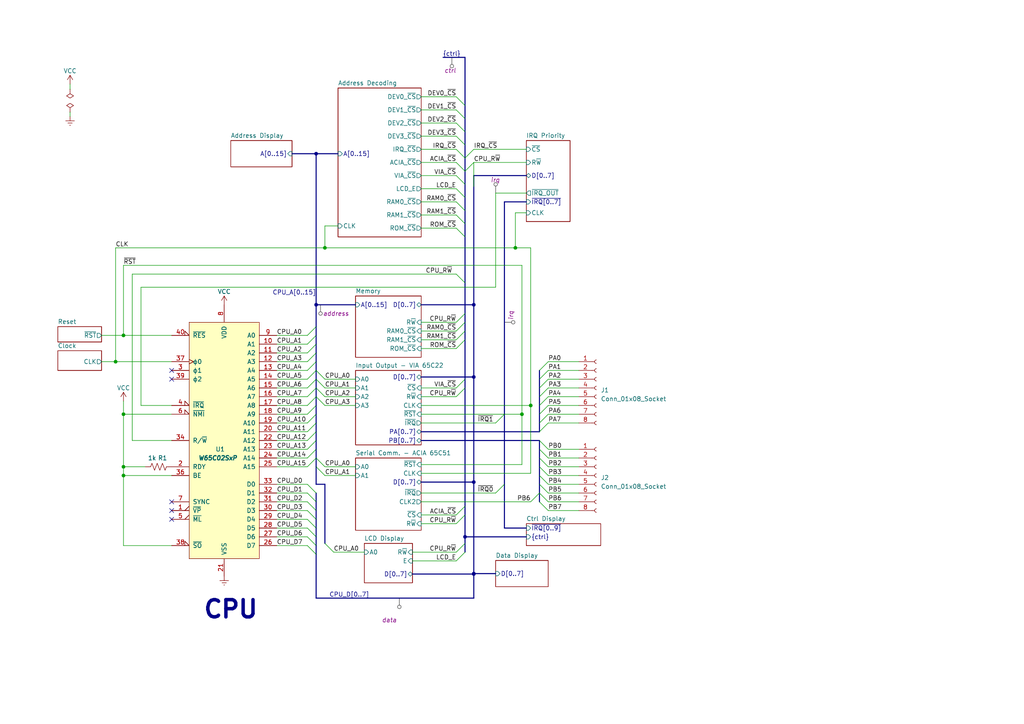
<source format=kicad_sch>
(kicad_sch (version 20230121) (generator eeschema)
  (paper "A4")
  (lib_symbols
    (symbol "65xx:W65C02SxP" (pin_names (offset 1.016))
      (property "Reference" "U" (at -10.16 35.56 0))
      (property "Value" "W65C02SxP" (at 0 0 90))
      (symbol "W65C02SxP_0_1"
        (rectangle (start -10.16 34.29) (end 10.16 -34.29) (fill (type background)))
      )
      (symbol "W65C02SxP_1_1"
        (pin output output_low (at -15.24 -20.32 0) (length 5.08) (name "~{VP}") (number "1"))
        (pin tri_state line (at 15.24 27.94 180) (length 5.08) (name "A1") (number "10"))
        (pin tri_state line (at 15.24 25.4 180) (length 5.08) (name "A2") (number "11"))
        (pin tri_state line (at 15.24 22.86 180) (length 5.08) (name "A3") (number "12"))
        (pin tri_state line (at 15.24 20.32 180) (length 5.08) (name "A4") (number "13"))
        (pin tri_state line (at 15.24 17.78 180) (length 5.08) (name "A5") (number "14"))
        (pin tri_state line (at 15.24 15.24 180) (length 5.08) (name "A6") (number "15"))
        (pin tri_state line (at 15.24 12.7 180) (length 5.08) (name "A7") (number "16"))
        (pin tri_state line (at 15.24 10.16 180) (length 5.08) (name "A8") (number "17"))
        (pin tri_state line (at 15.24 7.62 180) (length 5.08) (name "A9") (number "18"))
        (pin tri_state line (at 15.24 5.08 180) (length 5.08) (name "A10") (number "19"))
        (pin open_collector line (at -15.24 -7.62 0) (length 5.08) (name "RDY") (number "2"))
        (pin tri_state line (at 15.24 2.54 180) (length 5.08) (name "A11") (number "20"))
        (pin power_in line (at 0 -39.37 90) (length 5.08) (name "VSS") (number "21"))
        (pin tri_state line (at 15.24 0 180) (length 5.08) (name "A12") (number "22"))
        (pin tri_state line (at 15.24 -2.54 180) (length 5.08) (name "A13") (number "23"))
        (pin tri_state line (at 15.24 -5.08 180) (length 5.08) (name "A14") (number "24"))
        (pin tri_state line (at 15.24 -7.62 180) (length 5.08) (name "A15") (number "25"))
        (pin bidirectional line (at 15.24 -30.48 180) (length 5.08) (name "D7") (number "26"))
        (pin bidirectional line (at 15.24 -27.94 180) (length 5.08) (name "D6") (number "27"))
        (pin bidirectional line (at 15.24 -25.4 180) (length 5.08) (name "D5") (number "28"))
        (pin bidirectional line (at 15.24 -22.86 180) (length 5.08) (name "D4") (number "29"))
        (pin output line (at -15.24 20.32 0) (length 5.08) (name "ϕ1") (number "3"))
        (pin bidirectional line (at 15.24 -20.32 180) (length 5.08) (name "D3") (number "30"))
        (pin bidirectional line (at 15.24 -17.78 180) (length 5.08) (name "D2") (number "31"))
        (pin bidirectional line (at 15.24 -15.24 180) (length 5.08) (name "D1") (number "32"))
        (pin bidirectional line (at 15.24 -12.7 180) (length 5.08) (name "D0") (number "33"))
        (pin tri_state line (at -15.24 0 0) (length 5.08) (name "R/~{W}") (number "34"))
        (pin no_connect non_logic (at -10.16 -27.94 0) (length 2.54) hide (name "nc") (number "35"))
        (pin input line (at -15.24 -10.16 0) (length 5.08) (name "BE") (number "36"))
        (pin input clock (at -15.24 22.86 0) (length 5.08) (name "ϕ0") (number "37"))
        (pin input input_low (at -15.24 -30.48 0) (length 5.08) (name "~{SO}") (number "38"))
        (pin output line (at -15.24 17.78 0) (length 5.08) (name "ϕ2") (number "39"))
        (pin input input_low (at -15.24 10.16 0) (length 5.08) (name "~{IRQ}") (number "4"))
        (pin input input_low (at -15.24 30.48 0) (length 5.08) (name "~{RES}") (number "40"))
        (pin output output_low (at -15.24 -22.86 0) (length 5.08) (name "~{ML}") (number "5"))
        (pin input input_low (at -15.24 7.62 0) (length 5.08) (name "~{NMI}") (number "6"))
        (pin output line (at -15.24 -17.78 0) (length 5.08) (name "SYNC") (number "7"))
        (pin power_in line (at 0 39.37 270) (length 5.08) (name "VDD") (number "8"))
        (pin tri_state line (at 15.24 30.48 180) (length 5.08) (name "A0") (number "9"))
      )
    )
    (symbol "Connector:Conn_01x08_Socket" (pin_names (offset 1.016) hide)
      (property "Reference" "J" (at 0 10.16 0))
      (property "Value" "Conn_01x08_Socket" (at 0 -12.7 0))
      (symbol "Conn_01x08_Socket_1_1"
        (arc (start 0 -9.652) (mid -0.5058 -10.16) (end 0 -10.668) (stroke (width 0.1524)))
        (arc (start 0 -7.112) (mid -0.5058 -7.62) (end 0 -8.128) (stroke (width 0.1524)))
        (arc (start 0 -4.572) (mid -0.5058 -5.08) (end 0 -5.588) (stroke (width 0.1524)))
        (arc (start 0 -2.032) (mid -0.5058 -2.54) (end 0 -3.048) (stroke (width 0.1524)))
        (polyline (pts (xy -1.27 -10.16) (xy -0.508 -10.16)) (stroke (width 0.1524)))
        (polyline (pts (xy -1.27 -7.62) (xy -0.508 -7.62)) (stroke (width 0.1524)))
        (polyline (pts (xy -1.27 -5.08) (xy -0.508 -5.08)) (stroke (width 0.1524)))
        (polyline (pts (xy -1.27 -2.54) (xy -0.508 -2.54)) (stroke (width 0.1524)))
        (polyline (pts (xy -1.27 0) (xy -0.508 0)) (stroke (width 0.1524)))
        (polyline (pts (xy -1.27 2.54) (xy -0.508 2.54)) (stroke (width 0.1524)))
        (polyline (pts (xy -1.27 5.08) (xy -0.508 5.08)) (stroke (width 0.1524)))
        (polyline (pts (xy -1.27 7.62) (xy -0.508 7.62)) (stroke (width 0.1524)))
        (arc (start 0 0.508) (mid -0.5058 0) (end 0 -0.508) (stroke (width 0.1524)))
        (arc (start 0 3.048) (mid -0.5058 2.54) (end 0 2.032) (stroke (width 0.1524)))
        (arc (start 0 5.588) (mid -0.5058 5.08) (end 0 4.572) (stroke (width 0.1524)))
        (arc (start 0 8.128) (mid -0.5058 7.62) (end 0 7.112) (stroke (width 0.1524)))
        (pin passive line (at -5.08 7.62 0) (length 3.81) (name "Pin_1") (number "1"))
        (pin passive line (at -5.08 5.08 0) (length 3.81) (name "Pin_2") (number "2"))
        (pin passive line (at -5.08 2.54 0) (length 3.81) (name "Pin_3") (number "3"))
        (pin passive line (at -5.08 0 0) (length 3.81) (name "Pin_4") (number "4"))
        (pin passive line (at -5.08 -2.54 0) (length 3.81) (name "Pin_5") (number "5"))
        (pin passive line (at -5.08 -5.08 0) (length 3.81) (name "Pin_6") (number "6"))
        (pin passive line (at -5.08 -7.62 0) (length 3.81) (name "Pin_7") (number "7"))
        (pin passive line (at -5.08 -10.16 0) (length 3.81) (name "Pin_8") (number "8"))
      )
    )
    (symbol "Device:R_US" (pin_numbers hide) (pin_names (offset 0))
      (property "Reference" "R" (at 2.54 0 90))
      (property "Value" "R_US" (at -2.54 0 90))
      (symbol "R_US_0_1"
        (polyline (pts (xy 0 -2.286) (xy 0 -2.54)))
        (polyline (pts (xy 0 2.286) (xy 0 2.54)))
        (polyline (pts (xy 0 -0.762) (xy 1.016 -1.143) (xy 0 -1.524) (xy -1.016 -1.905) (xy 0 -2.286)))
        (polyline (pts (xy 0 0.762) (xy 1.016 0.381) (xy 0 0) (xy -1.016 -0.381) (xy 0 -0.762)))
        (polyline (pts (xy 0 2.286) (xy 1.016 1.905) (xy 0 1.524) (xy -1.016 1.143) (xy 0 0.762)))
      )
      (symbol "R_US_1_1"
        (pin passive line (at 0 3.81 270) (length 1.27) (name "~") (number "1"))
        (pin passive line (at 0 -3.81 90) (length 1.27) (name "~") (number "2"))
      )
    )
    (symbol "power:Earth" (power) (pin_names (offset 0))
      (symbol "Earth_0_1"
        (polyline (pts (xy -0.635 -1.905) (xy 0.635 -1.905)))
        (polyline (pts (xy -0.127 -2.54) (xy 0.127 -2.54)))
        (polyline (pts (xy 0 -1.27) (xy 0 0)))
        (polyline (pts (xy 1.27 -1.27) (xy -1.27 -1.27)))
      )
      (symbol "Earth_1_1"
        (pin power_in line (at 0 0 270) (length 0) hide (name "Earth") (number "1"))
      )
    )
    (symbol "power:PWR_FLAG" (power) (pin_numbers hide) (pin_names (offset 0) hide)
      (property "Value" "PWR_FLAG" (at 0 3.81 0))
      (symbol "PWR_FLAG_0_0"
        (pin power_out line (at 0 0 90) (length 0) (name "pwr") (number "1"))
      )
      (symbol "PWR_FLAG_0_1"
        (polyline (pts (xy 0 0) (xy 0 1.27) (xy -1.016 1.905) (xy 0 2.54) (xy 1.016 1.905) (xy 0 1.27)))
      )
    )
    (symbol "power:VCC" (power) (pin_names (offset 0))
      (property "Value" "VCC" (at 0 3.81 0))
      (symbol "VCC_0_1"
        (polyline (pts (xy -0.762 1.27) (xy 0 2.54)))
        (polyline (pts (xy 0 0) (xy 0 2.54)))
        (polyline (pts (xy 0 2.54) (xy 0.762 1.27)))
      )
      (symbol "VCC_1_1"
        (pin power_in line (at 0 0 90) (length 0) hide (name "VCC") (number "1"))
      )
    )
  )
  (bus_alias "cpu" (members "CPU_~{VP}" "CPU_~{ML}" "CPU_SYNC" "CPU_~{NMI}"))
  (bus_alias "ctrl" (members "RAM0_~{CS}" "ROM_~{CS}" "VIA_~{CS}" "CPU_R~{W}" "ACIA_~{CS}" "IRQ_~{CS}" "LCD_E" "RAM1_~{CS}" "DEV0_~{CS}" "DEV1_~{CS}" "DEV2_~{CS}" "DEV3_~{CS}"))
  (bus_alias "irq" (members "~{IRQ[0..7]}" "CPU_~{IRQ}"))
  (junction (at 149.479 71.882))
  (junction (at 134.874 155.702))
  (junction (at 137.414 88.392))
  (junction (at 137.414 166.37))
  (junction (at 35.814 120.142))
  (junction (at 35.814 97.282))
  (junction (at 91.694 88.392))
  (junction (at 137.414 139.827))
  (junction (at 35.814 135.382))
  (junction (at 153.924 117.602))
  (junction (at 33.528 104.902))
  (junction (at 35.814 137.922))
  (junction (at 151.384 120.142))
  (junction (at 94.234 71.882))
  (junction (at 137.414 166.497))
  (junction (at 137.414 109.347))
  (junction (at 91.694 44.577))
  (no_connect (at 49.784 148.082))
  (no_connect (at 49.784 145.542))
  (no_connect (at 49.784 107.442))
  (no_connect (at 49.784 150.622))
  (no_connect (at 49.784 109.982))
  (bus_entry (at 91.694 109.982) (size 2.54 2.54))
  (bus_entry (at 134.874 45.847) (size -2.54 -2.54))
  (bus_entry (at 91.694 99.822) (size -2.54 2.54))
  (bus_entry (at 91.694 109.982) (size -2.54 2.54))
  (bus_entry (at 156.464 125.222) (size 2.54 -2.54))
  (bus_entry (at 91.694 122.682) (size -2.54 2.54))
  (bus_entry (at 132.334 58.547) (size 2.54 2.54))
  (bus_entry (at 91.694 94.742) (size -2.54 2.54))
  (bus_entry (at 156.464 140.462) (size 2.54 2.54))
  (bus_entry (at 91.694 150.622) (size -2.54 -2.54))
  (bus_entry (at 134.874 93.472) (size -2.54 2.54))
  (bus_entry (at 91.694 112.522) (size -2.54 2.54))
  (bus_entry (at 146.304 120.142) (size -2.54 2.54))
  (bus_entry (at 134.874 146.812) (size -2.54 2.54))
  (bus_entry (at 134.874 49.657) (size 2.54 -2.54))
  (bus_entry (at 91.694 102.362) (size -2.54 2.54))
  (bus_entry (at 156.464 143.002) (size -2.54 2.54))
  (bus_entry (at 134.874 82.042) (size -2.54 -2.54))
  (bus_entry (at 156.464 145.542) (size 2.54 2.54))
  (bus_entry (at 134.874 98.552) (size -2.54 2.54))
  (bus_entry (at 91.694 107.442) (size -2.54 2.54))
  (bus_entry (at 156.464 109.982) (size 2.54 -2.54))
  (bus_entry (at 156.464 132.842) (size 2.54 2.54))
  (bus_entry (at 91.694 158.242) (size -2.54 -2.54))
  (bus_entry (at 134.874 112.522) (size -2.54 2.54))
  (bus_entry (at 134.874 53.467) (size -2.54 -2.54))
  (bus_entry (at 91.694 115.062) (size 2.54 2.54))
  (bus_entry (at 91.694 135.382) (size 2.54 2.54))
  (bus_entry (at 134.874 90.932) (size -2.54 2.54))
  (bus_entry (at 91.694 125.222) (size -2.54 2.54))
  (bus_entry (at 91.694 120.142) (size -2.54 2.54))
  (bus_entry (at 91.694 107.442) (size 2.54 2.54))
  (bus_entry (at 91.694 127.762) (size -2.54 2.54))
  (bus_entry (at 91.694 145.542) (size -2.54 -2.54))
  (bus_entry (at 156.464 135.382) (size 2.54 2.54))
  (bus_entry (at 91.694 97.282) (size -2.54 2.54))
  (bus_entry (at 91.694 148.082) (size -2.54 -2.54))
  (bus_entry (at 91.694 115.062) (size -2.54 2.54))
  (bus_entry (at 156.464 117.602) (size 2.54 -2.54))
  (bus_entry (at 156.464 107.442) (size 2.54 -2.54))
  (bus_entry (at 134.874 109.982) (size -2.54 2.54))
  (bus_entry (at 134.874 96.012) (size -2.54 2.54))
  (bus_entry (at 134.874 68.707) (size -2.54 -2.54))
  (bus_entry (at 134.874 157.607) (size -2.54 2.54))
  (bus_entry (at 156.464 115.062) (size 2.54 -2.54))
  (bus_entry (at 156.464 137.922) (size 2.54 2.54))
  (bus_entry (at 91.694 143.002) (size -2.54 -2.54))
  (bus_entry (at 91.694 112.522) (size 2.54 2.54))
  (bus_entry (at 156.464 120.142) (size 2.54 -2.54))
  (bus_entry (at 134.874 30.607) (size -2.54 -2.54))
  (bus_entry (at 91.694 160.782) (size -2.54 -2.54))
  (bus_entry (at 134.874 64.897) (size -2.54 -2.54))
  (bus_entry (at 156.464 112.522) (size 2.54 -2.54))
  (bus_entry (at 91.694 155.702) (size -2.54 -2.54))
  (bus_entry (at 134.874 149.352) (size -2.54 2.54))
  (bus_entry (at 134.874 42.037) (size -2.54 -2.54))
  (bus_entry (at 91.694 117.602) (size -2.54 2.54))
  (bus_entry (at 91.694 130.302) (size -2.54 2.54))
  (bus_entry (at 156.464 127.762) (size 2.54 2.54))
  (bus_entry (at 134.874 49.657) (size -2.54 -2.54))
  (bus_entry (at 156.464 143.002) (size 2.54 2.54))
  (bus_entry (at 94.234 157.607) (size 2.54 2.54))
  (bus_entry (at 134.874 45.847) (size 2.54 -2.54))
  (bus_entry (at 134.874 34.417) (size -2.54 -2.54))
  (bus_entry (at 91.694 132.842) (size -2.54 2.54))
  (bus_entry (at 146.304 140.462) (size -2.54 2.54))
  (bus_entry (at 156.464 130.302) (size 2.54 2.54))
  (bus_entry (at 134.874 57.277) (size -2.54 -2.54))
  (bus_entry (at 156.464 122.682) (size 2.54 -2.54))
  (bus_entry (at 91.694 153.162) (size -2.54 -2.54))
  (bus_entry (at 91.694 104.902) (size -2.54 2.54))
  (bus_entry (at 91.694 132.842) (size 2.54 2.54))
  (bus_entry (at 134.874 160.147) (size -2.54 2.54))
  (bus_entry (at 134.874 38.227) (size -2.54 -2.54))
  (wire (pts (xy 33.528 104.902) (xy 33.528 71.882)))
  (bus (pts (xy 134.874 49.657) (xy 134.874 53.467)))
  (wire (pts (xy 80.264 130.302) (xy 89.154 130.302)))
  (wire (pts (xy 122.174 62.357) (xy 132.334 62.357)))
  (wire (pts (xy 151.384 76.962) (xy 151.384 120.142)))
  (bus (pts (xy 134.874 155.702) (xy 134.874 157.607)))
  (wire (pts (xy 94.234 65.532) (xy 98.044 65.532)))
  (wire (pts (xy 137.414 47.117) (xy 152.654 47.117)))
  (bus (pts (xy 91.694 127.762) (xy 91.694 130.302)))
  (bus (pts (xy 91.694 120.142) (xy 91.694 122.682)))
  (wire (pts (xy 94.234 135.382) (xy 103.124 135.382)))
  (wire (pts (xy 122.174 115.062) (xy 132.334 115.062)))
  (bus (pts (xy 134.874 53.467) (xy 134.874 57.277)))
  (wire (pts (xy 122.174 54.737) (xy 132.334 54.737)))
  (bus (pts (xy 91.694 122.682) (xy 91.694 125.222)))
  (bus (pts (xy 134.874 38.227) (xy 134.874 42.037)))
  (bus (pts (xy 91.694 132.842) (xy 91.694 135.382)))
  (wire (pts (xy 20.32 32.512) (xy 20.32 33.782)))
  (wire (pts (xy 29.464 104.902) (xy 33.528 104.902)))
  (wire (pts (xy 149.479 71.882) (xy 149.479 61.722)))
  (wire (pts (xy 35.814 120.142) (xy 35.814 135.382)))
  (bus (pts (xy 156.464 135.382) (xy 156.464 137.922)))
  (bus (pts (xy 156.464 143.002) (xy 156.464 145.542)))
  (bus (pts (xy 84.709 44.577) (xy 91.694 44.577)))
  (bus (pts (xy 128.524 16.637) (xy 134.874 16.637)))
  (bus (pts (xy 156.464 127.762) (xy 156.464 130.302)))
  (wire (pts (xy 153.924 117.602) (xy 153.924 137.287)))
  (bus (pts (xy 134.874 90.932) (xy 134.874 93.472)))
  (wire (pts (xy 80.264 153.162) (xy 89.154 153.162)))
  (bus (pts (xy 91.694 135.382) (xy 91.694 140.462)))
  (bus (pts (xy 134.874 98.552) (xy 134.874 109.982)))
  (bus (pts (xy 137.414 139.827) (xy 137.414 166.37)))
  (wire (pts (xy 40.894 117.602) (xy 40.894 83.312)))
  (wire (pts (xy 122.174 117.602) (xy 153.924 117.602)))
  (wire (pts (xy 132.334 28.067) (xy 122.174 28.067)))
  (wire (pts (xy 80.264 102.362) (xy 89.154 102.362)))
  (bus (pts (xy 156.464 115.062) (xy 156.464 117.602)))
  (wire (pts (xy 94.234 71.882) (xy 149.479 71.882)))
  (bus (pts (xy 137.414 109.347) (xy 137.414 139.827)))
  (wire (pts (xy 35.814 158.242) (xy 35.814 137.922)))
  (wire (pts (xy 122.174 122.682) (xy 143.764 122.682)))
  (wire (pts (xy 122.174 98.552) (xy 132.334 98.552)))
  (bus (pts (xy 122.174 88.392) (xy 137.414 88.392)))
  (wire (pts (xy 122.174 101.092) (xy 132.334 101.092)))
  (wire (pts (xy 159.004 140.462) (xy 167.894 140.462)))
  (bus (pts (xy 134.874 149.352) (xy 134.874 155.702)))
  (wire (pts (xy 151.384 120.142) (xy 151.384 134.747)))
  (wire (pts (xy 159.004 117.602) (xy 167.894 117.602)))
  (bus (pts (xy 91.694 44.577) (xy 98.044 44.577)))
  (wire (pts (xy 80.264 132.842) (xy 89.154 132.842)))
  (wire (pts (xy 122.174 66.167) (xy 132.334 66.167)))
  (wire (pts (xy 119.634 160.147) (xy 132.334 160.147)))
  (wire (pts (xy 122.174 43.307) (xy 132.334 43.307)))
  (wire (pts (xy 153.924 137.287) (xy 122.174 137.287)))
  (wire (pts (xy 159.004 130.302) (xy 167.894 130.302)))
  (wire (pts (xy 80.264 140.462) (xy 89.154 140.462)))
  (wire (pts (xy 143.764 56.007) (xy 152.654 56.007)))
  (bus (pts (xy 122.174 125.222) (xy 156.464 125.222)))
  (wire (pts (xy 80.264 120.142) (xy 89.154 120.142)))
  (bus (pts (xy 91.694 115.062) (xy 91.694 117.602)))
  (bus (pts (xy 91.694 109.982) (xy 91.694 112.522)))
  (wire (pts (xy 149.479 71.882) (xy 153.924 71.882)))
  (wire (pts (xy 137.414 43.307) (xy 152.654 43.307)))
  (bus (pts (xy 91.694 104.902) (xy 91.694 107.442)))
  (wire (pts (xy 80.264 115.062) (xy 89.154 115.062)))
  (bus (pts (xy 91.694 148.082) (xy 91.694 150.622)))
  (bus (pts (xy 91.694 97.282) (xy 91.694 99.822)))
  (bus (pts (xy 91.694 88.392) (xy 103.124 88.392)))
  (bus (pts (xy 156.464 117.602) (xy 156.464 120.142)))
  (bus (pts (xy 91.694 160.782) (xy 91.694 173.482)))
  (bus (pts (xy 91.694 150.622) (xy 91.694 153.162)))
  (bus (pts (xy 134.874 61.087) (xy 134.874 64.897)))
  (bus (pts (xy 91.694 102.362) (xy 91.694 104.902)))
  (wire (pts (xy 35.814 76.962) (xy 151.384 76.962)))
  (bus (pts (xy 91.694 143.002) (xy 91.694 145.542)))
  (wire (pts (xy 40.894 83.312) (xy 143.764 83.312)))
  (wire (pts (xy 122.174 31.877) (xy 132.334 31.877)))
  (bus (pts (xy 156.464 132.842) (xy 156.464 135.382)))
  (wire (pts (xy 96.774 160.147) (xy 105.664 160.147)))
  (bus (pts (xy 134.874 93.472) (xy 134.874 96.012)))
  (wire (pts (xy 80.264 148.082) (xy 89.154 148.082)))
  (bus (pts (xy 156.464 137.922) (xy 156.464 140.462)))
  (bus (pts (xy 134.874 157.607) (xy 134.874 160.147)))
  (bus (pts (xy 156.464 140.462) (xy 156.464 143.002)))
  (wire (pts (xy 122.174 96.012) (xy 132.334 96.012)))
  (wire (pts (xy 159.004 135.382) (xy 167.894 135.382)))
  (wire (pts (xy 35.814 137.922) (xy 49.784 137.922)))
  (bus (pts (xy 134.874 109.982) (xy 134.874 112.522)))
  (wire (pts (xy 122.174 93.472) (xy 132.334 93.472)))
  (wire (pts (xy 80.264 99.822) (xy 89.154 99.822)))
  (bus (pts (xy 146.304 58.547) (xy 146.304 120.142)))
  (bus (pts (xy 91.694 99.822) (xy 91.694 102.362)))
  (wire (pts (xy 35.814 135.382) (xy 42.164 135.382)))
  (wire (pts (xy 80.264 143.002) (xy 89.154 143.002)))
  (wire (pts (xy 35.814 116.332) (xy 35.814 120.142)))
  (bus (pts (xy 91.694 112.522) (xy 91.694 115.062)))
  (bus (pts (xy 91.694 173.482) (xy 137.414 173.482)))
  (wire (pts (xy 122.174 145.542) (xy 153.924 145.542)))
  (bus (pts (xy 91.694 140.462) (xy 94.234 140.462)))
  (bus (pts (xy 134.874 16.637) (xy 134.874 30.607)))
  (wire (pts (xy 122.174 39.497) (xy 132.334 39.497)))
  (wire (pts (xy 80.264 97.282) (xy 89.154 97.282)))
  (wire (pts (xy 94.234 117.602) (xy 103.124 117.602)))
  (bus (pts (xy 91.694 155.702) (xy 91.694 158.242)))
  (bus (pts (xy 134.874 45.847) (xy 134.874 49.657)))
  (wire (pts (xy 40.894 117.602) (xy 49.784 117.602)))
  (wire (pts (xy 80.264 122.682) (xy 89.154 122.682)))
  (bus (pts (xy 134.874 96.012) (xy 134.874 98.552)))
  (bus (pts (xy 156.464 112.522) (xy 156.464 115.062)))
  (bus (pts (xy 137.414 88.392) (xy 137.414 109.347)))
  (bus (pts (xy 134.874 30.607) (xy 134.874 34.417)))
  (bus (pts (xy 91.694 130.302) (xy 91.694 132.842)))
  (wire (pts (xy 143.764 56.007) (xy 143.764 83.312)))
  (wire (pts (xy 122.174 149.352) (xy 132.334 149.352)))
  (bus (pts (xy 91.694 145.542) (xy 91.694 148.082)))
  (wire (pts (xy 122.174 58.547) (xy 132.334 58.547)))
  (wire (pts (xy 80.264 158.242) (xy 89.154 158.242)))
  (wire (pts (xy 137.414 47.117) (xy 137.414 54.102)))
  (bus (pts (xy 156.464 109.982) (xy 156.464 112.522)))
  (wire (pts (xy 159.004 107.442) (xy 167.894 107.442)))
  (bus (pts (xy 134.874 146.812) (xy 134.874 112.522)))
  (wire (pts (xy 159.004 143.002) (xy 167.894 143.002)))
  (wire (pts (xy 119.634 162.687) (xy 132.334 162.687)))
  (wire (pts (xy 35.814 135.382) (xy 35.814 137.922)))
  (wire (pts (xy 122.174 47.117) (xy 132.334 47.117)))
  (bus (pts (xy 134.874 34.417) (xy 134.874 38.227)))
  (bus (pts (xy 156.464 130.302) (xy 156.464 132.842)))
  (bus (pts (xy 119.634 166.497) (xy 137.414 166.497)))
  (wire (pts (xy 38.354 79.502) (xy 132.334 79.502)))
  (bus (pts (xy 134.874 64.897) (xy 134.874 68.707)))
  (wire (pts (xy 38.354 127.762) (xy 38.354 79.502)))
  (wire (pts (xy 80.264 125.222) (xy 89.154 125.222)))
  (wire (pts (xy 80.264 155.702) (xy 89.154 155.702)))
  (bus (pts (xy 137.414 166.37) (xy 143.764 166.37)))
  (bus (pts (xy 134.874 57.277) (xy 134.874 61.087)))
  (wire (pts (xy 33.528 71.882) (xy 94.234 71.882)))
  (wire (pts (xy 159.004 104.902) (xy 167.894 104.902)))
  (wire (pts (xy 122.174 120.142) (xy 146.304 120.142)))
  (bus (pts (xy 91.694 125.222) (xy 91.694 127.762)))
  (bus (pts (xy 134.874 155.702) (xy 152.654 155.702)))
  (wire (pts (xy 122.174 143.002) (xy 143.764 143.002)))
  (wire (pts (xy 122.174 35.687) (xy 132.334 35.687)))
  (wire (pts (xy 35.814 120.142) (xy 49.784 120.142)))
  (bus (pts (xy 91.694 44.577) (xy 91.694 88.392)))
  (bus (pts (xy 137.414 166.37) (xy 137.414 166.497)))
  (bus (pts (xy 137.414 166.497) (xy 137.414 173.482)))
  (bus (pts (xy 91.694 94.742) (xy 91.694 97.282)))
  (bus (pts (xy 137.414 88.392) (xy 137.414 50.927)))
  (bus (pts (xy 134.874 42.037) (xy 134.874 45.847)))
  (bus (pts (xy 134.874 82.042) (xy 134.874 90.932)))
  (bus (pts (xy 91.694 158.242) (xy 91.694 160.782)))
  (bus (pts (xy 146.304 140.462) (xy 146.304 120.142)))
  (wire (pts (xy 80.264 107.442) (xy 89.154 107.442)))
  (wire (pts (xy 80.264 127.762) (xy 89.154 127.762)))
  (wire (pts (xy 20.32 24.384) (xy 20.32 25.908)))
  (wire (pts (xy 80.264 145.542) (xy 89.154 145.542)))
  (wire (pts (xy 38.354 127.762) (xy 49.784 127.762)))
  (wire (pts (xy 80.264 150.622) (xy 89.154 150.622)))
  (bus (pts (xy 122.174 127.762) (xy 156.464 127.762)))
  (wire (pts (xy 159.004 120.142) (xy 167.894 120.142)))
  (bus (pts (xy 134.874 68.707) (xy 134.874 82.042)))
  (wire (pts (xy 159.004 115.062) (xy 167.894 115.062)))
  (wire (pts (xy 29.464 97.282) (xy 35.814 97.282)))
  (wire (pts (xy 94.234 115.062) (xy 103.124 115.062)))
  (bus (pts (xy 146.304 58.547) (xy 152.654 58.547)))
  (bus (pts (xy 122.174 139.827) (xy 137.414 139.827)))
  (wire (pts (xy 35.814 158.242) (xy 49.784 158.242)))
  (wire (pts (xy 35.814 97.282) (xy 35.814 76.962)))
  (bus (pts (xy 94.234 140.462) (xy 94.234 157.607)))
  (bus (pts (xy 156.464 107.442) (xy 156.464 109.982)))
  (wire (pts (xy 149.479 61.722) (xy 152.654 61.722)))
  (wire (pts (xy 80.264 109.982) (xy 89.154 109.982)))
  (bus (pts (xy 146.304 140.462) (xy 146.304 153.162)))
  (bus (pts (xy 156.464 122.682) (xy 156.464 125.222)))
  (wire (pts (xy 159.004 112.522) (xy 167.894 112.522)))
  (wire (pts (xy 80.264 112.522) (xy 89.154 112.522)))
  (wire (pts (xy 146.304 120.142) (xy 151.384 120.142)))
  (wire (pts (xy 122.174 50.927) (xy 132.334 50.927)))
  (wire (pts (xy 94.234 109.982) (xy 103.124 109.982)))
  (wire (pts (xy 94.234 137.922) (xy 103.124 137.922)))
  (wire (pts (xy 94.234 71.882) (xy 94.234 65.532)))
  (bus (pts (xy 156.464 120.142) (xy 156.464 122.682)))
  (bus (pts (xy 91.694 153.162) (xy 91.694 155.702)))
  (bus (pts (xy 146.304 153.162) (xy 152.654 153.162)))
  (wire (pts (xy 159.004 132.842) (xy 167.894 132.842)))
  (bus (pts (xy 91.694 107.442) (xy 91.694 109.982)))
  (bus (pts (xy 91.694 117.602) (xy 91.694 120.142)))
  (wire (pts (xy 80.264 135.382) (xy 89.154 135.382)))
  (wire (pts (xy 159.004 137.922) (xy 167.894 137.922)))
  (wire (pts (xy 159.004 145.542) (xy 167.894 145.542)))
  (wire (pts (xy 122.174 112.522) (xy 132.334 112.522)))
  (wire (pts (xy 94.234 112.522) (xy 103.124 112.522)))
  (wire (pts (xy 33.528 104.902) (xy 49.784 104.902)))
  (wire (pts (xy 122.174 134.747) (xy 151.384 134.747)))
  (wire (pts (xy 35.814 97.282) (xy 49.784 97.282)))
  (bus (pts (xy 137.414 50.927) (xy 152.654 50.927)))
  (wire (pts (xy 122.174 151.892) (xy 132.334 151.892)))
  (bus (pts (xy 122.174 109.347) (xy 137.414 109.347)))
  (bus (pts (xy 91.694 88.392) (xy 91.694 94.742)))
  (wire (pts (xy 159.004 148.082) (xy 167.894 148.082)))
  (wire (pts (xy 80.264 117.602) (xy 89.154 117.602)))
  (wire (pts (xy 80.264 104.902) (xy 89.154 104.902)))
  (wire (pts (xy 159.004 122.682) (xy 167.894 122.682)))
  (wire (pts (xy 153.924 71.882) (xy 153.924 117.602)))
  (wire (pts (xy 159.004 109.982) (xy 167.894 109.982)))
  (bus (pts (xy 134.874 146.812) (xy 134.874 149.352)))
  (text "CPU" (at 58.674 179.832 0) (effects (font (size 5 5) (thickness 1) bold) (justify left bottom)))
  (label "CPU_A9" (at 80.264 120.142 0))
  (label "RAM1_~{CS}" (at 132.334 98.552 180))
  (label "CPU_A0" (at 94.234 135.382 0))
  (label "IRQ_~{CS}" (at 137.414 43.307 0))
  (label "CPU_A[0..15]" (at 91.694 85.852 180))
  (label "PB3" (at 159.004 137.922 0))
  (label "CPU_A7" (at 80.264 115.062 0))
  (label "PB6" (at 159.004 145.542 0))
  (label "CPU_A6" (at 80.264 112.522 0))
  (label "ACIA_~{CS}" (at 132.334 149.352 180))
  (label "PA2" (at 159.004 109.982 0))
  (label "~{IRQ0}" (at 143.129 143.002 180))
  (label "PB4" (at 159.004 140.462 0))
  (label "ROM_~{CS}" (at 132.334 66.167 180))
  (label "ACIA_~{CS}" (at 132.334 47.117 180))
  (label "CPU_R~{W}" (at 137.414 47.117 0))
  (label "DEV2_~{CS}" (at 132.334 35.687 180))
  (label "PB2" (at 159.004 135.382 0))
  (label "VIA_~{CS}" (at 132.334 50.927 180))
  (label "CPU_A13" (at 80.264 130.302 0))
  (label "DEV1_~{CS}" (at 132.334 31.877 180))
  (label "~{RST}" (at 35.814 76.962 0))
  (label "PA3" (at 159.004 112.522 0))
  (label "~{IRQ1}" (at 143.129 122.682 180))
  (label "VIA_~{CS}" (at 132.334 112.522 180))
  (label "CPU_D7" (at 80.264 158.242 0))
  (label "CPU_A0" (at 80.264 97.282 0))
  (label "LCD_E" (at 132.334 54.737 180))
  (label "PA0" (at 159.004 104.902 0))
  (label "PA6" (at 159.004 120.142 0))
  (label "CPU_D4" (at 80.264 150.622 0))
  (label "CPU_A3" (at 94.234 117.602 0))
  (label "RAM0_~{CS}" (at 132.334 58.547 180))
  (label "CPU_A12" (at 80.264 127.762 0))
  (label "{ctrl}" (at 133.604 16.637 180))
  (label "PB7" (at 159.004 148.082 0))
  (label "RAM0_~{CS}" (at 132.334 96.012 180))
  (label "CPU_A4" (at 80.264 107.442 0))
  (label "CPU_D6" (at 80.264 155.702 0))
  (label "CPU_A0" (at 94.234 109.982 0))
  (label "RAM1_~{CS}" (at 132.334 62.357 180))
  (label "CPU_A11" (at 80.264 125.222 0))
  (label "CPU_A2" (at 80.264 102.362 0))
  (label "CPU_A2" (at 94.234 115.062 0))
  (label "PB0" (at 159.004 130.302 0))
  (label "CPU_A1" (at 80.264 99.822 0))
  (label "DEV3_~{CS}" (at 132.334 39.497 180))
  (label "CPU_A14" (at 80.264 132.842 0))
  (label "CPU_A1" (at 94.234 112.522 0))
  (label "CPU_R~{W}" (at 123.444 79.502 0))
  (label "CPU_R~{W}" (at 132.334 115.062 180))
  (label "ROM_~{CS}" (at 132.334 101.092 180))
  (label "CPU_A3" (at 80.264 104.902 0))
  (label "CPU_A8" (at 80.264 117.602 0))
  (label "CPU_A1" (at 94.234 137.922 0))
  (label "CPU_A5" (at 80.264 109.982 0))
  (label "CPU_D[0..7]" (at 95.504 173.482 0))
  (label "PA1" (at 159.004 107.442 0))
  (label "PB1" (at 159.004 132.842 0))
  (label "CPU_A10" (at 80.264 122.682 0))
  (label "CPU_A0" (at 96.774 160.147 0))
  (label "PA4" (at 159.004 115.062 0))
  (label "CPU_A15" (at 80.264 135.382 0))
  (label "CPU_D1" (at 80.264 143.002 0))
  (label "CPU_R~{W}" (at 132.334 160.147 180))
  (label "CPU_D5" (at 80.264 153.162 0))
  (label "CPU_R~{W}" (at 132.334 93.472 180))
  (label "LCD_E" (at 132.334 162.687 180))
  (label "CPU_D0" (at 80.264 140.462 0))
  (label "PA5" (at 159.004 117.602 0))
  (label "CPU_D3" (at 80.264 148.082 0))
  (label "CPU_D2" (at 80.264 145.542 0))
  (label "DEV0_~{CS}" (at 132.334 28.067 180))
  (label "PA7" (at 159.004 122.682 0))
  (label "CLK" (at 33.528 71.882 0))
  (label "PB5" (at 159.004 143.002 0))
  (label "CPU_R~{W}" (at 132.334 151.892 180))
  (label "PB6" (at 153.924 145.542 180))
  (label "IRQ_~{CS}" (at 132.334 43.307 180))
  (netclass_flag "" (length 2.54) (shape round) (at 146.304 93.472 270) (property "Netclass" "irq" (at 148.209 92.7735 90) (effects (font italic) (justify left))))
  (netclass_flag "" (length 2.54) (shape round) (at 92.964 88.392 180) (property "Netclass" "address" (at 93.6625 90.932 0) (effects (font italic) (justify left))))
  (netclass_flag "" (length 2.54) (shape round) (at 143.764 56.007 0) (property "Netclass" "irq" (at 145.034 52.197 0) (effects (font italic) (justify right))))
  (netclass_flag "" (length 2.54) (shape round) (at 115.824 173.482 180) (property "Netclass" "data" (at 115.1255 179.832 0) (effects (font italic) (justify right))))
  (netclass_flag "" (length 2.54) (shape round) (at 131.064 16.637 180) (property "Netclass" "ctrl" (at 132.334 20.447 0) (effects (font italic) (justify right))))
  (symbol (lib_id "power:VCC") (at 20.32 24.384 0) (unit 1)
    (property "Reference" "#PWR02" (effects hide))
    (property "Value" "+5V" (at 20.32 20.574 0))
  )
  (symbol (lib_id "power:Earth") (at 20.32 33.782 0) (unit 1)
    (property "Reference" "#PWR03" (effects hide))
    (property "Value" "Earth" (effects hide))
  )
  (symbol (lib_id "65xx:W65C02SxP") (at 65.024 127.762 0) (unit 1)
    (property "Reference" "U1" (at 62.484 130.302 0) (effects (justify left)))
    (property "Value" "W65C02SxP" (at 57.404 132.842 0) (effects (font bold italic) (justify left)))
    (property "Footprint" "Package_DIP:DIP-40_W15.24mm" (effects hide))
    (property "Datasheet" "http://www.westerndesigncenter.com/wdc/documentation/w65c02s.pdf" (effects hide))
  )
  (symbol (lib_id "power:VCC") (at 35.814 116.332 0) (unit 1)
    (property "Reference" "#PWR06" (effects hide))
    (property "Value" "+5V" (at 35.814 112.522 0))
  )
  (symbol (lib_id "Device:R_US") (at 45.974 135.382 90) (unit 1)
    (property "Reference" "R1" (at 48.514 132.842 90) (effects (justify left)))
    (property "Value" "1k" (at 45.339 132.842 90) (effects (justify left)))
  )
  (symbol (lib_id "power:VCC") (at 65.024 88.392 0) (unit 1)
    (property "Reference" "#PWR05" (effects hide))
    (property "Value" "+5V" (at 65.024 84.582 0))
  )
  (symbol (lib_id "power:PWR_FLAG") (at 20.32 25.908 0) (mirror x) (unit 1)
    (property "Reference" "#FLG01" (effects hide))
    (property "Value" "PWR_FLAG" (effects hide))
  )
  (symbol (lib_id "Connector:Conn_01x08_Socket") (at 172.974 112.522 0) (unit 1)
    (property "Reference" "J1" (at 174.244 113.157 0) (effects (justify left)))
    (property "Value" "Conn_01x08_Socket" (at 174.244 115.697 0) (effects (justify left)))
  )
  (symbol (lib_id "power:Earth") (at 65.024 167.132 0) (unit 1)
    (property "Reference" "#PWR07" (effects hide))
    (property "Value" "Earth" (effects hide))
  )
  (symbol (lib_id "Connector:Conn_01x08_Socket") (at 172.974 137.922 0) (unit 1)
    (property "Reference" "J2" (at 174.244 138.557 0) (effects (justify left)))
    (property "Value" "Conn_01x08_Socket" (at 174.244 141.097 0) (effects (justify left)))
  )
  (symbol (lib_id "power:PWR_FLAG") (at 20.32 32.512 0) (unit 1)
    (property "Reference" "#FLG02" (effects hide))
    (property "Value" "GND" (effects hide))
  )
  (sheet (at 152.654 151.892) (size 21.59 6.35) (stroke (width 0.1524))
    (property "Sheetname" "Ctrl Display" (at 152.654 151.1804 0) (effects (justify left bottom)))
    (property "Sheetfile" "ctrl_display.kicad_sch" (effects hide))
    (pin "{ctrl}" input (at 152.654 155.702 180))
    (pin "~{IRQ[0..9]}" input (at 152.654 153.162 180))
  )
  (sheet (at 98.044 25.527) (size 24.13 43.18) (stroke (width 0.1524))
    (property "Sheetname" "Address Decoding" (at 98.044 24.8154 0) (effects (justify left bottom)))
    (property "Sheetfile" "addrdec.kicad_sch" (effects hide))
    (pin "IRQ_~{CS}" output (at 122.174 43.307 0))
    (pin "ACIA_~{CS}" output (at 122.174 47.117 0))
    (pin "RAM0_~{CS}" output (at 122.174 58.547 0))
    (pin "A[0..15]" input (at 98.044 44.577 180))
    (pin "ROM_~{CS}" output (at 122.174 66.167 0))
    (pin "VIA_~{CS}" output (at 122.174 50.927 0))
    (pin "LCD_E" output (at 122.174 54.737 0))
    (pin "RAM1_~{CS}" output (at 122.174 62.357 0))
    (pin "DEV0_~{CS}" output (at 122.174 28.067 0))
    (pin "DEV1_~{CS}" output (at 122.174 31.877 0))
    (pin "DEV2_~{CS}" output (at 122.174 35.687 0))
    (pin "DEV3_~{CS}" output (at 122.174 39.497 0))
    (pin "CLK" input (at 98.044 65.532 180))
  )
  (sheet (at 16.764 94.742) (size 12.7 4.445) (stroke (width 0.1524))
    (property "Sheetname" "Reset" (at 16.764 94.0304 0) (effects (justify left bottom)))
    (property "Sheetfile" "reset.kicad_sch" (effects hide))
    (pin "~{RST}" output (at 29.464 97.282 0))
  )
  (sheet (at 152.654 40.767) (size 12.7 23.495) (stroke (width 0.1524))
    (property "Sheetname" "IRQ Priority" (at 152.654 40.0554 0) (effects (justify left bottom)))
    (property "Sheetfile" "irq.kicad_sch" (effects hide))
    (pin "~{IRQ[0..7]}" input (at 152.654 58.547 180))
    (pin "D[0..7]" bidirectional (at 152.654 50.927 180))
    (pin "R~{W}" input (at 152.654 47.117 180))
    (pin "~{IRQ_OUT}" output (at 152.654 56.007 180))
    (pin "~{CS}" input (at 152.654 43.307 180))
    (pin "CLK" input (at 152.654 61.722 180))
  )
  (sheet (at 66.929 40.767) (size 17.78 7.62) (stroke (width 0.1524))
    (property "Sheetname" "Address Display" (at 66.929 40.0554 0) (effects (justify left bottom)))
    (property "Sheetfile" "address_display.kicad_sch" (effects hide))
    (pin "A[0..15]" input (at 84.709 44.577 0))
  )
  (sheet (at 103.124 107.442) (size 19.05 21.59) (stroke (width 0.1524))
    (property "Sheetname" "Input Output - VIA 65C22" (at 103.124 106.7304 0) (effects (justify left bottom)))
    (property "Sheetfile" "io.kicad_sch" (effects hide))
    (pin "D[0..7]" tri_state (at 122.174 109.347 0))
    (pin "A2" input (at 103.124 115.062 180))
    (pin "A1" input (at 103.124 112.522 180))
    (pin "A0" input (at 103.124 109.982 180))
    (pin "R~{W}" input (at 122.174 115.062 0))
    (pin "A3" input (at 103.124 117.602 180))
    (pin "~{CS}" input (at 122.174 112.522 0))
    (pin "~{IRQ}" output (at 122.174 122.682 0))
    (pin "~{RST}" input (at 122.174 120.142 0))
    (pin "PB[0..7]" bidirectional (at 122.174 127.762 0))
    (pin "PA[0..7]" bidirectional (at 122.174 125.222 0))
    (pin "CLK" input (at 122.174 117.602 0))
  )
  (sheet (at 103.124 85.852) (size 19.05 17.78) (stroke (width 0.1524))
    (property "Sheetname" "Memory" (at 103.124 85.1404 0) (effects (justify left bottom)))
    (property "Sheetfile" "mem.kicad_sch" (effects hide))
    (pin "R~{W}" input (at 122.174 93.472 0))
    (pin "ROM_~{CS}" input (at 122.174 101.092 0))
    (pin "D[0..7]" tri_state (at 122.174 88.392 0))
    (pin "A[0..15]" input (at 103.124 88.392 180))
    (pin "RAM0_~{CS}" input (at 122.174 96.012 0))
    (pin "RAM1_~{CS}" input (at 122.174 98.552 0))
  )
  (sheet (at 103.124 132.842) (size 19.05 20.955) (stroke (width 0.1524))
    (property "Sheetname" "Serial Comm. - ACIA 65C51" (at 103.124 132.1304 0) (effects (justify left bottom)))
    (property "Sheetfile" "serialcomm.kicad_sch" (effects hide))
    (pin "A1" input (at 103.124 137.922 180))
    (pin "A0" input (at 103.124 135.382 180))
    (pin "R~{W}" input (at 122.174 151.892 0))
    (pin "D[0..7]" tri_state (at 122.174 139.827 0))
    (pin "~{IRQ}" output (at 122.174 143.002 0))
    (pin "~{CS}" input (at 122.174 149.352 0))
    (pin "~{RST}" input (at 122.174 134.747 0))
    (pin "CLK2" output (at 122.174 145.542 0))
    (pin "CLK" input (at 122.174 137.287 0))
  )
  (sheet (at 143.764 162.56) (size 15.24 7.62) (stroke (width 0.1524))
    (property "Sheetname" "Data Display" (at 143.764 161.8484 0) (effects (justify left bottom)))
    (property "Sheetfile" "data_display.kicad_sch" (effects hide))
    (pin "D[0..7]" input (at 143.764 166.37 180))
  )
  (sheet (at 105.664 157.607) (size 13.97 11.43) (stroke (width 0.1524))
    (property "Sheetname" "LCD Display" (at 105.664 156.8954 0) (effects (justify left bottom)))
    (property "Sheetfile" "lcd.kicad_sch" (effects hide))
    (pin "E" input (at 119.634 162.687 0))
    (pin "A0" input (at 105.664 160.147 180))
    (pin "R~{W}" input (at 119.634 160.147 0))
    (pin "D[0..7]" tri_state (at 119.634 166.497 0))
  )
  (sheet (at 16.764 101.727) (size 12.7 5.715) (stroke (width 0.1524))
    (property "Sheetname" "Clock" (at 16.764 101.0154 0) (effects (justify left bottom)))
    (property "Sheetfile" "clock.kicad_sch" (effects hide))
    (pin "CLK" output (at 29.464 104.902 0))
  )
)
</source>
